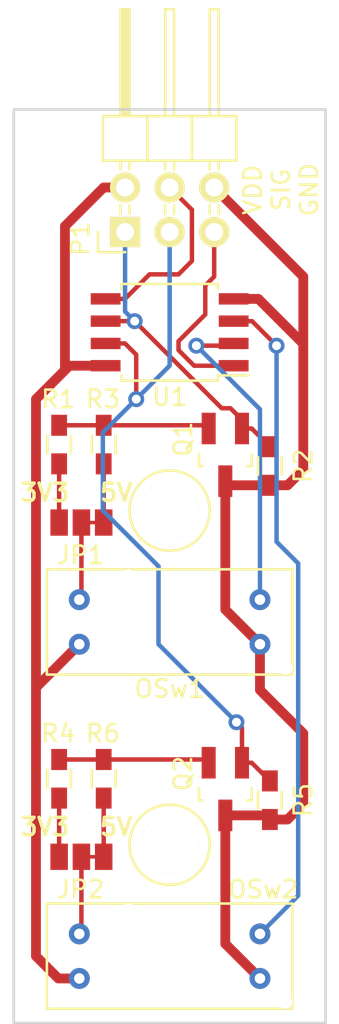
<source format=kicad_pcb>
(kicad_pcb (version 4) (host pcbnew 4.0.4+e1-6308~48~ubuntu16.04.1-stable)

  (general
    (links 30)
    (no_connects 0)
    (area 105.334999 92.634999 123.265001 144.855001)
    (thickness 1.6)
    (drawings 9)
    (tracks 101)
    (zones 0)
    (modules 16)
    (nets 17)
  )

  (page A4)
  (layers
    (0 F.Cu signal)
    (31 B.Cu signal)
    (32 B.Adhes user)
    (33 F.Adhes user)
    (34 B.Paste user)
    (35 F.Paste user)
    (36 B.SilkS user)
    (37 F.SilkS user)
    (38 B.Mask user)
    (39 F.Mask user)
    (40 Dwgs.User user)
    (41 Cmts.User user)
    (42 Eco1.User user)
    (43 Eco2.User user)
    (44 Edge.Cuts user)
    (45 Margin user)
    (46 B.CrtYd user)
    (47 F.CrtYd user)
    (48 B.Fab user)
    (49 F.Fab user)
  )

  (setup
    (last_trace_width 0.254)
    (user_trace_width 0.254)
    (user_trace_width 0.4064)
    (user_trace_width 0.5588)
    (user_trace_width 0.8128)
    (user_trace_width 1.0668)
    (user_trace_width 1.2192)
    (user_trace_width 1.4224)
    (trace_clearance 0.03048)
    (zone_clearance 0.508)
    (zone_45_only no)
    (trace_min 0.2)
    (segment_width 0.2)
    (edge_width 0.15)
    (via_size 0.7366)
    (via_drill 0.3302)
    (via_min_size 0.4)
    (via_min_drill 0.3)
    (user_via 0.9144 0.508)
    (uvia_size 0.7366)
    (uvia_drill 0.3302)
    (uvias_allowed no)
    (uvia_min_size 0)
    (uvia_min_drill 0)
    (pcb_text_width 0.3)
    (pcb_text_size 1.5 1.5)
    (mod_edge_width 0.15)
    (mod_text_size 1 1)
    (mod_text_width 0.15)
    (pad_size 3.3 3.3)
    (pad_drill 3.3)
    (pad_to_mask_clearance 0.2)
    (aux_axis_origin 0 0)
    (visible_elements FFFFFF7F)
    (pcbplotparams
      (layerselection 0x00030_80000001)
      (usegerberextensions false)
      (excludeedgelayer true)
      (linewidth 0.100000)
      (plotframeref false)
      (viasonmask false)
      (mode 1)
      (useauxorigin false)
      (hpglpennumber 1)
      (hpglpenspeed 20)
      (hpglpendiameter 15)
      (hpglpenoverlay 2)
      (psnegative false)
      (psa4output false)
      (plotreference true)
      (plotvalue true)
      (plotinvisibletext false)
      (padsonsilk false)
      (subtractmaskfromsilk false)
      (outputformat 1)
      (mirror false)
      (drillshape 1)
      (scaleselection 1)
      (outputdirectory ""))
  )

  (net 0 "")
  (net 1 "Net-(JP1-Pad1)")
  (net 2 "Net-(JP1-Pad2)")
  (net 3 "Net-(JP1-Pad3)")
  (net 4 "Net-(JP2-Pad1)")
  (net 5 "Net-(JP2-Pad2)")
  (net 6 "Net-(JP2-Pad3)")
  (net 7 VDD)
  (net 8 SW1)
  (net 9 GND)
  (net 10 "Net-(Q1-Pad2)")
  (net 11 "Net-(Q2-Pad2)")
  (net 12 ~Reset)
  (net 13 SW2)
  (net 14 MOSI)
  (net 15 MISO)
  (net 16 SCK)

  (net_class Default "This is the default net class."
    (clearance 0.03048)
    (trace_width 0.2032)
    (via_dia 0.7366)
    (via_drill 0.3302)
    (uvia_dia 0.7366)
    (uvia_drill 0.3302)
    (add_net GND)
    (add_net MISO)
    (add_net MOSI)
    (add_net "Net-(JP1-Pad1)")
    (add_net "Net-(JP1-Pad2)")
    (add_net "Net-(JP1-Pad3)")
    (add_net "Net-(JP2-Pad1)")
    (add_net "Net-(JP2-Pad2)")
    (add_net "Net-(JP2-Pad3)")
    (add_net "Net-(Q1-Pad2)")
    (add_net "Net-(Q2-Pad2)")
    (add_net SCK)
    (add_net SW1)
    (add_net SW2)
    (add_net VDD)
    (add_net ~Reset)
  )

  (module Connect:1pin (layer F.Cu) (tedit 57D31F6F) (tstamp 57D31DF0)
    (at 114.3 115.57)
    (descr "module 1 pin (ou trou mecanique de percage)")
    (tags DEV)
    (fp_text reference REF** (at 0 -3.048) (layer F.SilkS) hide
      (effects (font (size 1 1) (thickness 0.15)))
    )
    (fp_text value 1pin (at 0 2.794) (layer F.Fab)
      (effects (font (size 1 1) (thickness 0.15)))
    )
    (fp_circle (center 0 0) (end 0 -2.286) (layer F.SilkS) (width 0.15))
    (pad 1 thru_hole circle (at 0 0) (size 3.3 3.3) (drill 3.3) (layers *.Cu *.Mask F.SilkS))
  )

  (module Resistors_SMD:R_0603_HandSoldering (layer F.Cu) (tedit 57D31A09) (tstamp 57D318B8)
    (at 120.015 132.08 270)
    (descr "Resistor SMD 0603, hand soldering")
    (tags "resistor 0603")
    (path /57D2FEAD)
    (attr smd)
    (fp_text reference R5 (at 0 -1.9 270) (layer F.SilkS)
      (effects (font (size 1 1) (thickness 0.15)))
    )
    (fp_text value 10K (at 0 1.9 270) (layer F.Fab)
      (effects (font (size 1 1) (thickness 0.15)))
    )
    (fp_line (start -2 -0.8) (end 2 -0.8) (layer F.CrtYd) (width 0.05))
    (fp_line (start -2 0.8) (end 2 0.8) (layer F.CrtYd) (width 0.05))
    (fp_line (start -2 -0.8) (end -2 0.8) (layer F.CrtYd) (width 0.05))
    (fp_line (start 2 -0.8) (end 2 0.8) (layer F.CrtYd) (width 0.05))
    (fp_line (start 0.5 0.675) (end -0.5 0.675) (layer F.SilkS) (width 0.15))
    (fp_line (start -0.5 -0.675) (end 0.5 -0.675) (layer F.SilkS) (width 0.15))
    (pad 1 smd rect (at -1.1 0 270) (size 1.2 0.9) (layers F.Cu F.Paste F.Mask)
      (net 16 SCK))
    (pad 2 smd rect (at 1.1 0 270) (size 1.2 0.9) (layers F.Cu F.Paste F.Mask)
      (net 9 GND))
    (model Resistors_SMD.3dshapes/R_0603_HandSoldering.wrl
      (at (xyz 0 0 0))
      (scale (xyz 1 1 1))
      (rotate (xyz 0 0 0))
    )
  )

  (module TO_SOT_Packages_SMD:SOT-23_Handsoldering (layer F.Cu) (tedit 54E9291B) (tstamp 57D318AE)
    (at 117.475 131.445 180)
    (descr "SOT-23, Handsoldering")
    (tags SOT-23)
    (path /57D2FEA1)
    (attr smd)
    (fp_text reference Q2 (at 2.413 0.889 270) (layer F.SilkS)
      (effects (font (size 1 1) (thickness 0.15)))
    )
    (fp_text value FDN339AN (at 0 3.81 180) (layer F.Fab)
      (effects (font (size 1 1) (thickness 0.15)))
    )
    (fp_line (start -1.49982 0.0508) (end -1.49982 -0.65024) (layer F.SilkS) (width 0.15))
    (fp_line (start -1.49982 -0.65024) (end -1.2509 -0.65024) (layer F.SilkS) (width 0.15))
    (fp_line (start 1.29916 -0.65024) (end 1.49982 -0.65024) (layer F.SilkS) (width 0.15))
    (fp_line (start 1.49982 -0.65024) (end 1.49982 0.0508) (layer F.SilkS) (width 0.15))
    (pad 1 smd rect (at -0.95 1.50114 180) (size 0.8001 1.80086) (layers F.Cu F.Paste F.Mask)
      (net 16 SCK))
    (pad 2 smd rect (at 0.95 1.50114 180) (size 0.8001 1.80086) (layers F.Cu F.Paste F.Mask)
      (net 11 "Net-(Q2-Pad2)"))
    (pad 3 smd rect (at 0 -1.50114 180) (size 0.8001 1.80086) (layers F.Cu F.Paste F.Mask)
      (net 9 GND))
    (model TO_SOT_Packages_SMD.3dshapes/SOT-23_Handsoldering.wrl
      (at (xyz 0 0 0))
      (scale (xyz 1 1 1))
      (rotate (xyz 0 0 0))
    )
  )

  (module Resistors_SMD:R_0603_HandSoldering (layer F.Cu) (tedit 5418A00F) (tstamp 57D318A3)
    (at 107.999458 130.859558 90)
    (descr "Resistor SMD 0603, hand soldering")
    (tags "resistor 0603")
    (path /57D2FEDC)
    (attr smd)
    (fp_text reference R4 (at 2.589558 -0.049458 180) (layer F.SilkS)
      (effects (font (size 1 1) (thickness 0.15)))
    )
    (fp_text value 47R (at 0 1.9 90) (layer F.Fab)
      (effects (font (size 1 1) (thickness 0.15)))
    )
    (fp_line (start -2 -0.8) (end 2 -0.8) (layer F.CrtYd) (width 0.05))
    (fp_line (start -2 0.8) (end 2 0.8) (layer F.CrtYd) (width 0.05))
    (fp_line (start -2 -0.8) (end -2 0.8) (layer F.CrtYd) (width 0.05))
    (fp_line (start 2 -0.8) (end 2 0.8) (layer F.CrtYd) (width 0.05))
    (fp_line (start 0.5 0.675) (end -0.5 0.675) (layer F.SilkS) (width 0.15))
    (fp_line (start -0.5 -0.675) (end 0.5 -0.675) (layer F.SilkS) (width 0.15))
    (pad 1 smd rect (at -1.1 0 90) (size 1.2 0.9) (layers F.Cu F.Paste F.Mask)
      (net 6 "Net-(JP2-Pad3)"))
    (pad 2 smd rect (at 1.1 0 90) (size 1.2 0.9) (layers F.Cu F.Paste F.Mask)
      (net 11 "Net-(Q2-Pad2)"))
    (model Resistors_SMD.3dshapes/R_0603_HandSoldering.wrl
      (at (xyz 0 0 0))
      (scale (xyz 1 1 1))
      (rotate (xyz 0 0 0))
    )
  )

  (module Resistors_SMD:R_0603_HandSoldering (layer F.Cu) (tedit 5418A00F) (tstamp 57D31898)
    (at 110.539458 130.859558 90)
    (descr "Resistor SMD 0603, hand soldering")
    (tags "resistor 0603")
    (path /57D2FE9B)
    (attr smd)
    (fp_text reference R6 (at 2.589558 -0.049458 180) (layer F.SilkS)
      (effects (font (size 1 1) (thickness 0.15)))
    )
    (fp_text value 100R (at 0 1.9 90) (layer F.Fab)
      (effects (font (size 1 1) (thickness 0.15)))
    )
    (fp_line (start -2 -0.8) (end 2 -0.8) (layer F.CrtYd) (width 0.05))
    (fp_line (start -2 0.8) (end 2 0.8) (layer F.CrtYd) (width 0.05))
    (fp_line (start -2 -0.8) (end -2 0.8) (layer F.CrtYd) (width 0.05))
    (fp_line (start 2 -0.8) (end 2 0.8) (layer F.CrtYd) (width 0.05))
    (fp_line (start 0.5 0.675) (end -0.5 0.675) (layer F.SilkS) (width 0.15))
    (fp_line (start -0.5 -0.675) (end 0.5 -0.675) (layer F.SilkS) (width 0.15))
    (pad 1 smd rect (at -1.1 0 90) (size 1.2 0.9) (layers F.Cu F.Paste F.Mask)
      (net 4 "Net-(JP2-Pad1)"))
    (pad 2 smd rect (at 1.1 0 90) (size 1.2 0.9) (layers F.Cu F.Paste F.Mask)
      (net 11 "Net-(Q2-Pad2)"))
    (model Resistors_SMD.3dshapes/R_0603_HandSoldering.wrl
      (at (xyz 0 0 0))
      (scale (xyz 1 1 1))
      (rotate (xyz 0 0 0))
    )
  )

  (module optical:ITR9606 (layer F.Cu) (tedit 57D2E4BC) (tstamp 57D3188B)
    (at 114.3 140.97)
    (path /57D2FE95)
    (fp_text reference OSw2 (at 5.334 -3.81) (layer F.SilkS)
      (effects (font (size 1 1) (thickness 0.15)))
    )
    (fp_text value Optical-interrupt-sensor (at 0 -3.81) (layer F.Fab)
      (effects (font (size 1 1) (thickness 0.15)))
    )
    (fp_line (start -7 3) (end -7 -3) (layer F.SilkS) (width 0.15))
    (fp_line (start -7 3) (end 7 3) (layer F.SilkS) (width 0.15))
    (fp_line (start 7 -3) (end 7 3) (layer F.SilkS) (width 0.15))
    (fp_line (start -7 -3) (end 7 -3) (layer F.SilkS) (width 0.15))
    (pad 1 thru_hole circle (at -5.15 1.27) (size 1.2 1.2) (drill 0.6) (layers *.Cu *.Mask)
      (net 7 VDD))
    (pad 2 thru_hole circle (at -5.15 -1.27) (size 1.2 1.2) (drill 0.6) (layers *.Cu *.Mask)
      (net 5 "Net-(JP2-Pad2)"))
    (pad 3 thru_hole circle (at 5.15 -1.27) (size 1.2 1.2) (drill 0.6) (layers *.Cu *.Mask)
      (net 13 SW2))
    (pad 4 thru_hole circle (at 5.15 1.27) (size 1.2 1.2) (drill 0.6) (layers *.Cu *.Mask)
      (net 9 GND))
    (pad "" np_thru_hole circle (at -2.35 -2.6) (size 0.8 0.8) (drill 0.8) (layers *.Cu *.Mask))
    (pad "" np_thru_hole circle (at 6.6 2.6) (size 0.8 0.8) (drill 0.8) (layers *.Cu *.Mask))
  )

  (module Jumpers:Solder-jumper-12NC-23NO (layer F.Cu) (tedit 57D2EF12) (tstamp 57D31884)
    (at 109.904458 135.304558 180)
    (path /57D2FED1)
    (fp_text reference JP2 (at 0.684458 -1.855442 360) (layer F.SilkS)
      (effects (font (size 1 1) (thickness 0.15)))
    )
    (fp_text value JUMPER3 (at 0 -2.54 180) (layer F.Fab)
      (effects (font (size 1 1) (thickness 0.15)))
    )
    (pad 1 smd rect (at -0.635 0 180) (size 1 1.5) (layers F.Cu F.Paste F.Mask)
      (net 4 "Net-(JP2-Pad1)"))
    (pad 2 smd rect (at 0.635 0 180) (size 1 1.5) (layers F.Cu F.Paste F.Mask)
      (net 5 "Net-(JP2-Pad2)"))
    (pad "" smd rect (at 0 0 270) (size 0.2032 0.508) (layers F.Cu F.Paste F.Mask))
    (pad 3 smd rect (at 1.905 0 180) (size 1 1.5) (layers F.Cu F.Paste F.Mask)
      (net 6 "Net-(JP2-Pad3)"))
  )

  (module Jumpers:Solder-jumper-12NC-23NO (layer F.Cu) (tedit 57D31A62) (tstamp 57D2F12E)
    (at 109.904458 116.254558 180)
    (path /57D2F87B)
    (fp_text reference JP1 (at 0.684458 -1.855442 180) (layer F.SilkS)
      (effects (font (size 1 1) (thickness 0.15)))
    )
    (fp_text value JUMPER3 (at 0 -2.54 180) (layer F.Fab)
      (effects (font (size 1 1) (thickness 0.15)))
    )
    (pad 1 smd rect (at -0.635 0 180) (size 1 1.5) (layers F.Cu F.Paste F.Mask)
      (net 1 "Net-(JP1-Pad1)"))
    (pad 2 smd rect (at 0.635 0 180) (size 1 1.5) (layers F.Cu F.Paste F.Mask)
      (net 2 "Net-(JP1-Pad2)"))
    (pad "" smd rect (at 0 0 270) (size 0.2032 0.508) (layers F.Cu F.Paste F.Mask))
    (pad 3 smd rect (at 1.905 0 180) (size 1 1.5) (layers F.Cu F.Paste F.Mask)
      (net 3 "Net-(JP1-Pad3)"))
  )

  (module optical:ITR9606 (layer F.Cu) (tedit 57D319AC) (tstamp 57D2F14A)
    (at 114.3 121.92)
    (path /57D2ED37)
    (fp_text reference OSw1 (at 0 3.81) (layer F.SilkS)
      (effects (font (size 1 1) (thickness 0.15)))
    )
    (fp_text value Optical-interrupt-sensor (at 0 -3.81) (layer F.Fab)
      (effects (font (size 1 1) (thickness 0.15)))
    )
    (fp_line (start -7 3) (end -7 -3) (layer F.SilkS) (width 0.15))
    (fp_line (start -7 3) (end 7 3) (layer F.SilkS) (width 0.15))
    (fp_line (start 7 -3) (end 7 3) (layer F.SilkS) (width 0.15))
    (fp_line (start -7 -3) (end 7 -3) (layer F.SilkS) (width 0.15))
    (pad 1 thru_hole circle (at -5.15 1.27) (size 1.2 1.2) (drill 0.6) (layers *.Cu *.Mask)
      (net 7 VDD))
    (pad 2 thru_hole circle (at -5.15 -1.27) (size 1.2 1.2) (drill 0.6) (layers *.Cu *.Mask)
      (net 2 "Net-(JP1-Pad2)"))
    (pad 3 thru_hole circle (at 5.15 -1.27) (size 1.2 1.2) (drill 0.6) (layers *.Cu *.Mask)
      (net 8 SW1))
    (pad 4 thru_hole circle (at 5.15 1.27) (size 1.2 1.2) (drill 0.6) (layers *.Cu *.Mask)
      (net 9 GND))
    (pad "" np_thru_hole circle (at -2.35 -2.6) (size 0.8 0.8) (drill 0.8) (layers *.Cu *.Mask))
    (pad "" np_thru_hole circle (at 6.6 2.6) (size 0.8 0.8) (drill 0.8) (layers *.Cu *.Mask))
  )

  (module TO_SOT_Packages_SMD:SOT-23_Handsoldering (layer F.Cu) (tedit 57D31A14) (tstamp 57D2F158)
    (at 117.475 112.395 180)
    (descr "SOT-23, Handsoldering")
    (tags SOT-23)
    (path /57D2F45C)
    (attr smd)
    (fp_text reference Q1 (at 2.413 0.889 270) (layer F.SilkS)
      (effects (font (size 1 1) (thickness 0.15)))
    )
    (fp_text value FDN339AN (at 0 3.81 180) (layer F.Fab)
      (effects (font (size 1 1) (thickness 0.15)))
    )
    (fp_line (start -1.49982 0.0508) (end -1.49982 -0.65024) (layer F.SilkS) (width 0.15))
    (fp_line (start -1.49982 -0.65024) (end -1.2509 -0.65024) (layer F.SilkS) (width 0.15))
    (fp_line (start 1.29916 -0.65024) (end 1.49982 -0.65024) (layer F.SilkS) (width 0.15))
    (fp_line (start 1.49982 -0.65024) (end 1.49982 0.0508) (layer F.SilkS) (width 0.15))
    (pad 1 smd rect (at -0.95 1.50114 180) (size 0.8001 1.80086) (layers F.Cu F.Paste F.Mask)
      (net 15 MISO))
    (pad 2 smd rect (at 0.95 1.50114 180) (size 0.8001 1.80086) (layers F.Cu F.Paste F.Mask)
      (net 10 "Net-(Q1-Pad2)"))
    (pad 3 smd rect (at 0 -1.50114 180) (size 0.8001 1.80086) (layers F.Cu F.Paste F.Mask)
      (net 9 GND))
    (model TO_SOT_Packages_SMD.3dshapes/SOT-23_Handsoldering.wrl
      (at (xyz 0 0 0))
      (scale (xyz 1 1 1))
      (rotate (xyz 0 0 0))
    )
  )

  (module Resistors_SMD:R_0603_HandSoldering (layer F.Cu) (tedit 57D31A04) (tstamp 57D2F164)
    (at 120.015 113.03 270)
    (descr "Resistor SMD 0603, hand soldering")
    (tags "resistor 0603")
    (path /57D2F5EB)
    (attr smd)
    (fp_text reference R2 (at 0 -1.9 270) (layer F.SilkS)
      (effects (font (size 1 1) (thickness 0.15)))
    )
    (fp_text value 10K (at 0 1.9 270) (layer F.Fab)
      (effects (font (size 1 1) (thickness 0.15)))
    )
    (fp_line (start -2 -0.8) (end 2 -0.8) (layer F.CrtYd) (width 0.05))
    (fp_line (start -2 0.8) (end 2 0.8) (layer F.CrtYd) (width 0.05))
    (fp_line (start -2 -0.8) (end -2 0.8) (layer F.CrtYd) (width 0.05))
    (fp_line (start 2 -0.8) (end 2 0.8) (layer F.CrtYd) (width 0.05))
    (fp_line (start 0.5 0.675) (end -0.5 0.675) (layer F.SilkS) (width 0.15))
    (fp_line (start -0.5 -0.675) (end 0.5 -0.675) (layer F.SilkS) (width 0.15))
    (pad 1 smd rect (at -1.1 0 270) (size 1.2 0.9) (layers F.Cu F.Paste F.Mask)
      (net 15 MISO))
    (pad 2 smd rect (at 1.1 0 270) (size 1.2 0.9) (layers F.Cu F.Paste F.Mask)
      (net 9 GND))
    (model Resistors_SMD.3dshapes/R_0603_HandSoldering.wrl
      (at (xyz 0 0 0))
      (scale (xyz 1 1 1))
      (rotate (xyz 0 0 0))
    )
  )

  (module Resistors_SMD:R_0603_HandSoldering (layer F.Cu) (tedit 57D31A7A) (tstamp 57D2F170)
    (at 107.999458 111.809558 90)
    (descr "Resistor SMD 0603, hand soldering")
    (tags "resistor 0603")
    (path /57D2F963)
    (attr smd)
    (fp_text reference R1 (at 2.589558 -0.049458 180) (layer F.SilkS)
      (effects (font (size 1 1) (thickness 0.15)))
    )
    (fp_text value 47R (at 0 1.9 90) (layer F.Fab)
      (effects (font (size 1 1) (thickness 0.15)))
    )
    (fp_line (start -2 -0.8) (end 2 -0.8) (layer F.CrtYd) (width 0.05))
    (fp_line (start -2 0.8) (end 2 0.8) (layer F.CrtYd) (width 0.05))
    (fp_line (start -2 -0.8) (end -2 0.8) (layer F.CrtYd) (width 0.05))
    (fp_line (start 2 -0.8) (end 2 0.8) (layer F.CrtYd) (width 0.05))
    (fp_line (start 0.5 0.675) (end -0.5 0.675) (layer F.SilkS) (width 0.15))
    (fp_line (start -0.5 -0.675) (end 0.5 -0.675) (layer F.SilkS) (width 0.15))
    (pad 1 smd rect (at -1.1 0 90) (size 1.2 0.9) (layers F.Cu F.Paste F.Mask)
      (net 3 "Net-(JP1-Pad3)"))
    (pad 2 smd rect (at 1.1 0 90) (size 1.2 0.9) (layers F.Cu F.Paste F.Mask)
      (net 10 "Net-(Q1-Pad2)"))
    (model Resistors_SMD.3dshapes/R_0603_HandSoldering.wrl
      (at (xyz 0 0 0))
      (scale (xyz 1 1 1))
      (rotate (xyz 0 0 0))
    )
  )

  (module Resistors_SMD:R_0603_HandSoldering (layer F.Cu) (tedit 57D31A5D) (tstamp 57D2F17C)
    (at 110.539458 111.809558 90)
    (descr "Resistor SMD 0603, hand soldering")
    (tags "resistor 0603")
    (path /57D2EDDA)
    (attr smd)
    (fp_text reference R3 (at 2.589558 -0.049458 180) (layer F.SilkS)
      (effects (font (size 1 1) (thickness 0.15)))
    )
    (fp_text value 100R (at 0 1.9 90) (layer F.Fab)
      (effects (font (size 1 1) (thickness 0.15)))
    )
    (fp_line (start -2 -0.8) (end 2 -0.8) (layer F.CrtYd) (width 0.05))
    (fp_line (start -2 0.8) (end 2 0.8) (layer F.CrtYd) (width 0.05))
    (fp_line (start -2 -0.8) (end -2 0.8) (layer F.CrtYd) (width 0.05))
    (fp_line (start 2 -0.8) (end 2 0.8) (layer F.CrtYd) (width 0.05))
    (fp_line (start 0.5 0.675) (end -0.5 0.675) (layer F.SilkS) (width 0.15))
    (fp_line (start -0.5 -0.675) (end 0.5 -0.675) (layer F.SilkS) (width 0.15))
    (pad 1 smd rect (at -1.1 0 90) (size 1.2 0.9) (layers F.Cu F.Paste F.Mask)
      (net 1 "Net-(JP1-Pad1)"))
    (pad 2 smd rect (at 1.1 0 90) (size 1.2 0.9) (layers F.Cu F.Paste F.Mask)
      (net 10 "Net-(Q1-Pad2)"))
    (model Resistors_SMD.3dshapes/R_0603_HandSoldering.wrl
      (at (xyz 0 0 0))
      (scale (xyz 1 1 1))
      (rotate (xyz 0 0 0))
    )
  )

  (module Housings_SOIC:SOIJ-8_5.3x5.3mm_Pitch1.27mm (layer F.Cu) (tedit 57D31F99) (tstamp 57D31ABE)
    (at 114.3 105.41 180)
    (descr "8-Lead Plastic Small Outline (SM) - Medium, 5.28 mm Body [SOIC] (see Microchip Packaging Specification 00000049BS.pdf)")
    (tags "SOIC 1.27")
    (path /57D2FF28)
    (attr smd)
    (fp_text reference U1 (at 0 -3.68 180) (layer F.SilkS)
      (effects (font (size 1 1) (thickness 0.15)))
    )
    (fp_text value ATTINY85-S (at 0 3.68 180) (layer F.Fab)
      (effects (font (size 1 1) (thickness 0.15)))
    )
    (fp_line (start -4.75 -2.95) (end -4.75 2.95) (layer F.CrtYd) (width 0.05))
    (fp_line (start 4.75 -2.95) (end 4.75 2.95) (layer F.CrtYd) (width 0.05))
    (fp_line (start -4.75 -2.95) (end 4.75 -2.95) (layer F.CrtYd) (width 0.05))
    (fp_line (start -4.75 2.95) (end 4.75 2.95) (layer F.CrtYd) (width 0.05))
    (fp_line (start -2.75 -2.755) (end -2.75 -2.455) (layer F.SilkS) (width 0.15))
    (fp_line (start 2.75 -2.755) (end 2.75 -2.455) (layer F.SilkS) (width 0.15))
    (fp_line (start 2.75 2.755) (end 2.75 2.455) (layer F.SilkS) (width 0.15))
    (fp_line (start -2.75 2.755) (end -2.75 2.455) (layer F.SilkS) (width 0.15))
    (fp_line (start -2.75 -2.755) (end 2.75 -2.755) (layer F.SilkS) (width 0.15))
    (fp_line (start -2.75 2.755) (end 2.75 2.755) (layer F.SilkS) (width 0.15))
    (fp_line (start -2.75 -2.455) (end -4.5 -2.455) (layer F.SilkS) (width 0.15))
    (pad 1 smd rect (at -3.65 -1.905 180) (size 1.7 0.65) (layers F.Cu F.Paste F.Mask)
      (net 12 ~Reset))
    (pad 2 smd rect (at -3.65 -0.635 180) (size 1.7 0.65) (layers F.Cu F.Paste F.Mask)
      (net 8 SW1))
    (pad 3 smd rect (at -3.65 0.635 180) (size 1.7 0.65) (layers F.Cu F.Paste F.Mask)
      (net 13 SW2))
    (pad 4 smd rect (at -3.65 1.905 180) (size 1.7 0.65) (layers F.Cu F.Paste F.Mask)
      (net 9 GND))
    (pad 5 smd rect (at 3.65 1.905 180) (size 1.7 0.65) (layers F.Cu F.Paste F.Mask)
      (net 14 MOSI))
    (pad 6 smd rect (at 3.65 0.635 180) (size 1.7 0.65) (layers F.Cu F.Paste F.Mask)
      (net 15 MISO))
    (pad 7 smd rect (at 3.65 -0.635 180) (size 1.7 0.65) (layers F.Cu F.Paste F.Mask)
      (net 16 SCK))
    (pad 8 smd rect (at 3.65 -1.905 180) (size 1.7 0.65) (layers F.Cu F.Paste F.Mask)
      (net 7 VDD))
    (model Housings_SOIC.3dshapes/SOIJ-8_5.3x5.3mm_Pitch1.27mm.wrl
      (at (xyz 0 0 0))
      (scale (xyz 1 1 1))
      (rotate (xyz 0 0 0))
    )
  )

  (module Pin_Headers:Pin_Header_Angled_2x03 (layer F.Cu) (tedit 0) (tstamp 57D31AD0)
    (at 111.76 99.695 90)
    (descr "Through hole pin header")
    (tags "pin header")
    (path /57D31524)
    (fp_text reference P1 (at -0.381 -2.54 90) (layer F.SilkS)
      (effects (font (size 1 1) (thickness 0.15)))
    )
    (fp_text value CONN_02X03 (at 0 -3.1 90) (layer F.Fab)
      (effects (font (size 1 1) (thickness 0.15)))
    )
    (fp_line (start -1.35 -1.75) (end -1.35 6.85) (layer F.CrtYd) (width 0.05))
    (fp_line (start 13.2 -1.75) (end 13.2 6.85) (layer F.CrtYd) (width 0.05))
    (fp_line (start -1.35 -1.75) (end 13.2 -1.75) (layer F.CrtYd) (width 0.05))
    (fp_line (start -1.35 6.85) (end 13.2 6.85) (layer F.CrtYd) (width 0.05))
    (fp_line (start 1.524 5.334) (end 1.016 5.334) (layer F.SilkS) (width 0.15))
    (fp_line (start 1.524 4.826) (end 1.016 4.826) (layer F.SilkS) (width 0.15))
    (fp_line (start 1.524 2.794) (end 1.016 2.794) (layer F.SilkS) (width 0.15))
    (fp_line (start 1.524 2.286) (end 1.016 2.286) (layer F.SilkS) (width 0.15))
    (fp_line (start 1.524 0.254) (end 1.016 0.254) (layer F.SilkS) (width 0.15))
    (fp_line (start 1.524 -0.254) (end 1.016 -0.254) (layer F.SilkS) (width 0.15))
    (fp_line (start 4.064 2.286) (end 3.556 2.286) (layer F.SilkS) (width 0.15))
    (fp_line (start 4.064 2.794) (end 3.556 2.794) (layer F.SilkS) (width 0.15))
    (fp_line (start 4.064 4.826) (end 3.556 4.826) (layer F.SilkS) (width 0.15))
    (fp_line (start 4.064 5.334) (end 3.556 5.334) (layer F.SilkS) (width 0.15))
    (fp_line (start 4.064 -0.254) (end 3.556 -0.254) (layer F.SilkS) (width 0.15))
    (fp_line (start 4.064 0.254) (end 3.556 0.254) (layer F.SilkS) (width 0.15))
    (fp_line (start 0 -1.55) (end -1.15 -1.55) (layer F.SilkS) (width 0.15))
    (fp_line (start -1.15 -1.55) (end -1.15 0) (layer F.SilkS) (width 0.15))
    (fp_line (start 6.604 -0.127) (end 12.573 -0.127) (layer F.SilkS) (width 0.15))
    (fp_line (start 12.573 -0.127) (end 12.573 0.127) (layer F.SilkS) (width 0.15))
    (fp_line (start 12.573 0.127) (end 6.731 0.127) (layer F.SilkS) (width 0.15))
    (fp_line (start 6.731 0.127) (end 6.731 0) (layer F.SilkS) (width 0.15))
    (fp_line (start 6.731 0) (end 12.573 0) (layer F.SilkS) (width 0.15))
    (fp_line (start 4.064 1.27) (end 4.064 3.81) (layer F.SilkS) (width 0.15))
    (fp_line (start 4.064 3.81) (end 6.604 3.81) (layer F.SilkS) (width 0.15))
    (fp_line (start 6.604 2.286) (end 12.7 2.286) (layer F.SilkS) (width 0.15))
    (fp_line (start 12.7 2.286) (end 12.7 2.794) (layer F.SilkS) (width 0.15))
    (fp_line (start 12.7 2.794) (end 6.604 2.794) (layer F.SilkS) (width 0.15))
    (fp_line (start 6.604 3.81) (end 6.604 1.27) (layer F.SilkS) (width 0.15))
    (fp_line (start 4.064 6.35) (end 6.604 6.35) (layer F.SilkS) (width 0.15))
    (fp_line (start 6.604 6.35) (end 6.604 3.81) (layer F.SilkS) (width 0.15))
    (fp_line (start 12.7 5.334) (end 6.604 5.334) (layer F.SilkS) (width 0.15))
    (fp_line (start 12.7 4.826) (end 12.7 5.334) (layer F.SilkS) (width 0.15))
    (fp_line (start 6.604 4.826) (end 12.7 4.826) (layer F.SilkS) (width 0.15))
    (fp_line (start 4.064 6.35) (end 6.604 6.35) (layer F.SilkS) (width 0.15))
    (fp_line (start 4.064 3.81) (end 4.064 6.35) (layer F.SilkS) (width 0.15))
    (fp_line (start 4.064 3.81) (end 6.604 3.81) (layer F.SilkS) (width 0.15))
    (fp_line (start 4.064 1.27) (end 6.604 1.27) (layer F.SilkS) (width 0.15))
    (fp_line (start 6.604 1.27) (end 6.604 -1.27) (layer F.SilkS) (width 0.15))
    (fp_line (start 12.7 0.254) (end 6.604 0.254) (layer F.SilkS) (width 0.15))
    (fp_line (start 12.7 -0.254) (end 12.7 0.254) (layer F.SilkS) (width 0.15))
    (fp_line (start 6.604 -0.254) (end 12.7 -0.254) (layer F.SilkS) (width 0.15))
    (fp_line (start 4.064 1.27) (end 6.604 1.27) (layer F.SilkS) (width 0.15))
    (fp_line (start 4.064 -1.27) (end 4.064 1.27) (layer F.SilkS) (width 0.15))
    (fp_line (start 4.064 -1.27) (end 6.604 -1.27) (layer F.SilkS) (width 0.15))
    (pad 1 thru_hole rect (at 0 0 90) (size 1.7272 1.7272) (drill 1.016) (layers *.Cu *.Mask F.SilkS)
      (net 15 MISO))
    (pad 2 thru_hole oval (at 2.54 0 90) (size 1.7272 1.7272) (drill 1.016) (layers *.Cu *.Mask F.SilkS)
      (net 7 VDD))
    (pad 3 thru_hole oval (at 0 2.54 90) (size 1.7272 1.7272) (drill 1.016) (layers *.Cu *.Mask F.SilkS)
      (net 16 SCK))
    (pad 4 thru_hole oval (at 2.54 2.54 90) (size 1.7272 1.7272) (drill 1.016) (layers *.Cu *.Mask F.SilkS)
      (net 14 MOSI))
    (pad 5 thru_hole oval (at 0 5.08 90) (size 1.7272 1.7272) (drill 1.016) (layers *.Cu *.Mask F.SilkS)
      (net 12 ~Reset))
    (pad 6 thru_hole oval (at 2.54 5.08 90) (size 1.7272 1.7272) (drill 1.016) (layers *.Cu *.Mask F.SilkS)
      (net 9 GND))
    (model Pin_Headers.3dshapes/Pin_Header_Angled_2x03.wrl
      (at (xyz 0.05 -0.1 0))
      (scale (xyz 1 1 1))
      (rotate (xyz 0 0 90))
    )
  )

  (module Connect:1pin (layer F.Cu) (tedit 57D31FBC) (tstamp 57D31DD1)
    (at 114.3 134.62)
    (descr "module 1 pin (ou trou mecanique de percage)")
    (tags DEV)
    (fp_text reference REF** (at 0 -3.048) (layer F.SilkS) hide
      (effects (font (size 1 1) (thickness 0.15)))
    )
    (fp_text value 1pin (at 0 2.794) (layer F.Fab)
      (effects (font (size 1 1) (thickness 0.15)))
    )
    (fp_circle (center 0 0) (end 0 -2.286) (layer F.SilkS) (width 0.15))
    (pad 1 thru_hole circle (at 0 0) (size 3.3 3.3) (drill 3.3) (layers *.Cu *.Mask F.SilkS))
  )

  (gr_text "VDD\nSIG\nGND" (at 120.65 97.282 90) (layer F.SilkS)
    (effects (font (size 1 1) (thickness 0.15)))
  )
  (gr_text 5V (at 111.252 133.604) (layer F.SilkS) (tstamp 57D31F10)
    (effects (font (size 1 1) (thickness 0.2)))
  )
  (gr_text 3V3 (at 107.188 133.604) (layer F.SilkS) (tstamp 57D31F06)
    (effects (font (size 1 1) (thickness 0.2)))
  )
  (gr_text 3V3 (at 107.188 114.554) (layer F.SilkS) (tstamp 57D31EF5)
    (effects (font (size 1 1) (thickness 0.2)))
  )
  (gr_text 5V (at 111.252 114.554) (layer F.SilkS)
    (effects (font (size 1 1) (thickness 0.2)))
  )
  (gr_line (start 105.41 144.78) (end 105.41 92.71) (layer Edge.Cuts) (width 0.15))
  (gr_line (start 123.19 144.78) (end 105.41 144.78) (layer Edge.Cuts) (width 0.15))
  (gr_line (start 123.19 92.71) (end 123.19 144.78) (layer Edge.Cuts) (width 0.15))
  (gr_line (start 105.41 92.71) (end 123.19 92.71) (layer Edge.Cuts) (width 0.15))

  (segment (start 110.539458 116.254558) (end 110.539458 112.909558) (width 0.254) (layer F.Cu) (net 1))
  (segment (start 109.269458 116.254558) (end 109.269458 120.530542) (width 0.254) (layer F.Cu) (net 2))
  (segment (start 109.269458 120.530542) (end 109.15 120.65) (width 0.254) (layer F.Cu) (net 2))
  (segment (start 107.999458 116.254558) (end 107.999458 112.909558) (width 0.254) (layer F.Cu) (net 3))
  (segment (start 110.539458 135.304558) (end 110.539458 131.959558) (width 0.254) (layer F.Cu) (net 4))
  (segment (start 109.269458 135.304558) (end 109.269458 139.580542) (width 0.254) (layer F.Cu) (net 5))
  (segment (start 109.269458 139.580542) (end 109.15 139.7) (width 0.254) (layer F.Cu) (net 5))
  (segment (start 107.999458 135.304558) (end 107.999458 131.959558) (width 0.254) (layer F.Cu) (net 6) (tstamp 57D3187C))
  (segment (start 108.331 99.362686) (end 108.331 107.569) (width 0.5588) (layer F.Cu) (net 7))
  (segment (start 108.331 107.569) (end 106.68 109.22) (width 0.5588) (layer F.Cu) (net 7))
  (segment (start 111.76 97.155) (end 110.538686 97.155) (width 0.5588) (layer F.Cu) (net 7))
  (segment (start 110.538686 97.155) (end 108.331 99.362686) (width 0.5588) (layer F.Cu) (net 7))
  (segment (start 106.68 109.22) (end 106.68 125.66) (width 0.5588) (layer F.Cu) (net 7))
  (segment (start 110.65 107.315) (end 108.585 107.315) (width 0.5588) (layer F.Cu) (net 7))
  (segment (start 108.585 107.315) (end 106.68 109.22) (width 0.5588) (layer F.Cu) (net 7))
  (segment (start 106.68 140.97) (end 106.68 125.66) (width 0.5588) (layer F.Cu) (net 7))
  (segment (start 106.68 125.66) (end 109.15 123.19) (width 0.5588) (layer F.Cu) (net 7))
  (segment (start 107.95 142.24) (end 106.68 140.97) (width 0.5588) (layer F.Cu) (net 7))
  (segment (start 109.15 142.24) (end 107.95 142.24) (width 0.5588) (layer F.Cu) (net 7))
  (segment (start 115.824 106.172) (end 117.823 106.172) (width 0.254) (layer F.Cu) (net 8))
  (segment (start 117.823 106.172) (end 117.95 106.045) (width 0.254) (layer F.Cu) (net 8))
  (segment (start 115.824 106.172) (end 119.45 109.798) (width 0.254) (layer B.Cu) (net 8))
  (segment (start 119.45 109.798) (end 119.45 120.65) (width 0.254) (layer B.Cu) (net 8))
  (via (at 115.824 106.172) (size 0.9144) (drill 0.508) (layers F.Cu B.Cu) (net 8))
  (segment (start 116.84 97.155) (end 121.92 102.235) (width 0.5588) (layer F.Cu) (net 9))
  (segment (start 121.92 102.235) (end 121.92 106.0662) (width 0.5588) (layer F.Cu) (net 9))
  (segment (start 117.95 103.505) (end 119.3588 103.505) (width 0.5588) (layer F.Cu) (net 9))
  (segment (start 119.3588 103.505) (end 121.92 106.0662) (width 0.5588) (layer F.Cu) (net 9))
  (segment (start 121.92 106.0662) (end 121.92 113.2338) (width 0.5588) (layer F.Cu) (net 9))
  (segment (start 121.92 113.2338) (end 121.0238 114.13) (width 0.5588) (layer F.Cu) (net 9))
  (segment (start 121.0238 114.13) (end 120.015 114.13) (width 0.5588) (layer F.Cu) (net 9))
  (segment (start 121.92 128.27) (end 119.45 125.8) (width 0.5588) (layer F.Cu) (net 9))
  (segment (start 119.45 125.8) (end 119.45 123.19) (width 0.5588) (layer F.Cu) (net 9))
  (segment (start 121.92 132.2838) (end 121.92 128.27) (width 0.5588) (layer F.Cu) (net 9))
  (segment (start 120.015 133.18) (end 121.0238 133.18) (width 0.5588) (layer F.Cu) (net 9))
  (segment (start 121.0238 133.18) (end 121.92 132.2838) (width 0.5588) (layer F.Cu) (net 9))
  (segment (start 119.45 123.19) (end 117.475 121.215) (width 0.5588) (layer F.Cu) (net 9))
  (segment (start 117.475 121.215) (end 117.475 113.89614) (width 0.5588) (layer F.Cu) (net 9))
  (segment (start 120.015 114.13) (end 117.70886 114.13) (width 0.5588) (layer F.Cu) (net 9))
  (segment (start 117.70886 114.13) (end 117.475 113.89614) (width 0.5588) (layer F.Cu) (net 9))
  (segment (start 117.475 132.94614) (end 119.78114 132.94614) (width 0.5588) (layer F.Cu) (net 9))
  (segment (start 119.78114 132.94614) (end 120.015 133.18) (width 0.5588) (layer F.Cu) (net 9))
  (segment (start 117.475 132.94614) (end 117.475 140.265) (width 0.5588) (layer F.Cu) (net 9))
  (segment (start 117.475 140.265) (end 119.45 142.24) (width 0.5588) (layer F.Cu) (net 9))
  (segment (start 117.70886 133.18) (end 117.475 132.94614) (width 0.254) (layer F.Cu) (net 9) (tstamp 57D3187A))
  (segment (start 116.340698 110.709558) (end 116.525 110.89386) (width 0.254) (layer F.Cu) (net 10))
  (segment (start 110.539458 110.709558) (end 116.340698 110.709558) (width 0.254) (layer F.Cu) (net 10))
  (segment (start 107.999458 110.709558) (end 110.539458 110.709558) (width 0.254) (layer F.Cu) (net 10))
  (segment (start 116.340698 129.759558) (end 116.525 129.94386) (width 0.254) (layer F.Cu) (net 11) (tstamp 57D31880))
  (segment (start 110.539458 129.759558) (end 116.340698 129.759558) (width 0.254) (layer F.Cu) (net 11) (tstamp 57D3187E))
  (segment (start 107.999458 129.759558) (end 110.539458 129.759558) (width 0.254) (layer F.Cu) (net 11) (tstamp 57D3187D))
  (segment (start 117.95 107.315) (end 115.697 107.315) (width 0.254) (layer F.Cu) (net 12))
  (segment (start 116.84 102.235) (end 116.84 99.695) (width 0.254) (layer F.Cu) (net 12))
  (segment (start 115.697 107.315) (end 114.808 106.426) (width 0.254) (layer F.Cu) (net 12))
  (segment (start 114.808 106.426) (end 114.808 105.918) (width 0.254) (layer F.Cu) (net 12))
  (segment (start 114.808 105.918) (end 116.332 104.394) (width 0.254) (layer F.Cu) (net 12))
  (segment (start 116.332 104.394) (end 116.332 102.743) (width 0.254) (layer F.Cu) (net 12))
  (segment (start 116.332 102.743) (end 116.84 102.235) (width 0.254) (layer F.Cu) (net 12))
  (segment (start 117.95 104.775) (end 118.999 104.775) (width 0.254) (layer F.Cu) (net 13))
  (segment (start 119.938801 105.714801) (end 120.396 106.172) (width 0.254) (layer F.Cu) (net 13))
  (segment (start 118.999 104.775) (end 119.938801 105.714801) (width 0.254) (layer F.Cu) (net 13))
  (segment (start 120.396 106.172) (end 120.396 117.348) (width 0.254) (layer B.Cu) (net 13))
  (segment (start 120.396 117.348) (end 121.630201 118.582201) (width 0.254) (layer B.Cu) (net 13))
  (segment (start 121.630201 118.582201) (end 121.630201 137.519799) (width 0.254) (layer B.Cu) (net 13))
  (segment (start 121.630201 137.519799) (end 120.049999 139.100001) (width 0.254) (layer B.Cu) (net 13))
  (segment (start 120.049999 139.100001) (end 119.45 139.7) (width 0.254) (layer B.Cu) (net 13))
  (via (at 120.396 106.172) (size 0.9144) (drill 0.508) (layers F.Cu B.Cu) (net 13))
  (segment (start 110.65 103.505) (end 111.754 103.505) (width 0.254) (layer F.Cu) (net 14))
  (segment (start 111.754 103.505) (end 113.151 102.108) (width 0.254) (layer F.Cu) (net 14))
  (segment (start 113.151 102.108) (end 114.808 102.108) (width 0.254) (layer F.Cu) (net 14))
  (segment (start 114.808 102.108) (end 115.57 101.346) (width 0.254) (layer F.Cu) (net 14))
  (segment (start 115.57 101.346) (end 115.57 98.425) (width 0.254) (layer F.Cu) (net 14))
  (segment (start 115.57 98.425) (end 114.3 97.155) (width 0.254) (layer F.Cu) (net 14))
  (segment (start 111.76 99.695) (end 111.76 104.22886) (width 0.254) (layer B.Cu) (net 15))
  (via (at 112.30614 104.775) (size 0.9144) (drill 0.508) (layers F.Cu B.Cu) (net 15))
  (segment (start 111.76 104.22886) (end 112.30614 104.775) (width 0.254) (layer B.Cu) (net 15))
  (segment (start 117.77095 109.73943) (end 118.425 110.39348) (width 0.254) (layer F.Cu) (net 15))
  (segment (start 118.425 110.39348) (end 118.425 110.89386) (width 0.254) (layer F.Cu) (net 15))
  (segment (start 117.27057 109.73943) (end 117.77095 109.73943) (width 0.254) (layer F.Cu) (net 15))
  (segment (start 112.30614 104.775) (end 117.27057 109.73943) (width 0.254) (layer F.Cu) (net 15))
  (segment (start 110.65 104.775) (end 112.30614 104.775) (width 0.254) (layer F.Cu) (net 15))
  (segment (start 118.425 110.89386) (end 119.02825 110.89386) (width 0.2032) (layer F.Cu) (net 15))
  (segment (start 118.425 110.89386) (end 118.97886 110.89386) (width 0.254) (layer F.Cu) (net 15))
  (segment (start 118.97886 110.89386) (end 120.015 111.93) (width 0.254) (layer F.Cu) (net 15))
  (segment (start 118.11 127.635) (end 113.665 123.19) (width 0.254) (layer B.Cu) (net 16))
  (segment (start 113.665 123.19) (end 113.665 118.745) (width 0.254) (layer B.Cu) (net 16))
  (segment (start 113.665 118.745) (end 110.49 115.57) (width 0.254) (layer B.Cu) (net 16))
  (segment (start 110.49 115.57) (end 110.49 111.125) (width 0.254) (layer B.Cu) (net 16))
  (segment (start 110.49 111.125) (end 112.395 109.22) (width 0.254) (layer B.Cu) (net 16))
  (segment (start 114.3 99.695) (end 114.3 107.315) (width 0.254) (layer B.Cu) (net 16))
  (segment (start 114.3 107.315) (end 112.395 109.22) (width 0.254) (layer B.Cu) (net 16))
  (segment (start 110.65 106.045) (end 111.754 106.045) (width 0.254) (layer F.Cu) (net 16))
  (segment (start 111.754 106.045) (end 112.395 106.686) (width 0.254) (layer F.Cu) (net 16))
  (segment (start 112.395 106.686) (end 112.395 106.807) (width 0.254) (layer F.Cu) (net 16))
  (segment (start 112.395 109.22) (end 112.395 106.807) (width 0.254) (layer F.Cu) (net 16))
  (segment (start 118.425 129.94386) (end 118.425 127.95) (width 0.254) (layer F.Cu) (net 16))
  (segment (start 118.425 127.95) (end 118.11 127.635) (width 0.254) (layer F.Cu) (net 16))
  (via (at 118.11 127.635) (size 0.9144) (drill 0.508) (layers F.Cu B.Cu) (net 16))
  (via (at 112.395 109.22) (size 0.9144) (drill 0.508) (layers F.Cu B.Cu) (net 16))
  (segment (start 118.425 129.94386) (end 118.97886 129.94386) (width 0.254) (layer F.Cu) (net 16) (tstamp 57D31883))
  (segment (start 118.97886 129.94386) (end 120.015 130.98) (width 0.254) (layer F.Cu) (net 16) (tstamp 57D31881))

)

</source>
